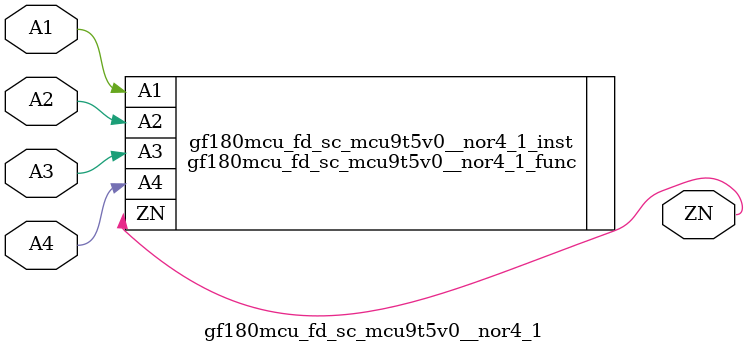
<source format=v>

module gf180mcu_fd_sc_mcu9t5v0__nor4_1( A4, ZN, A3, A2, A1 );
input A1, A2, A3, A4;
output ZN;

   `ifdef FUNCTIONAL  //  functional //

	gf180mcu_fd_sc_mcu9t5v0__nor4_1_func gf180mcu_fd_sc_mcu9t5v0__nor4_1_behav_inst(.A4(A4),.ZN(ZN),.A3(A3),.A2(A2),.A1(A1));

   `else

	gf180mcu_fd_sc_mcu9t5v0__nor4_1_func gf180mcu_fd_sc_mcu9t5v0__nor4_1_inst(.A4(A4),.ZN(ZN),.A3(A3),.A2(A2),.A1(A1));

	// spec_gates_begin


	// spec_gates_end



   specify

	// specify_block_begin

	// comb arc A1 --> ZN
	 (A1 => ZN) = (1.0,1.0);

	// comb arc A2 --> ZN
	 (A2 => ZN) = (1.0,1.0);

	// comb arc A3 --> ZN
	 (A3 => ZN) = (1.0,1.0);

	// comb arc A4 --> ZN
	 (A4 => ZN) = (1.0,1.0);

	// specify_block_end

   endspecify

   `endif

endmodule

</source>
